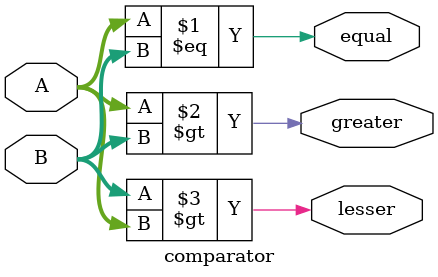
<source format=v>
`timescale 1ns / 1ps


module comparator(
    input [3:0] A,
    input [3:0] B ,
    output equal ,
    output  greater,
    output lesser
    );
    assign equal = A==B ;
    assign greater = A>B;
    assign lesser = B>A ; 
endmodule

</source>
